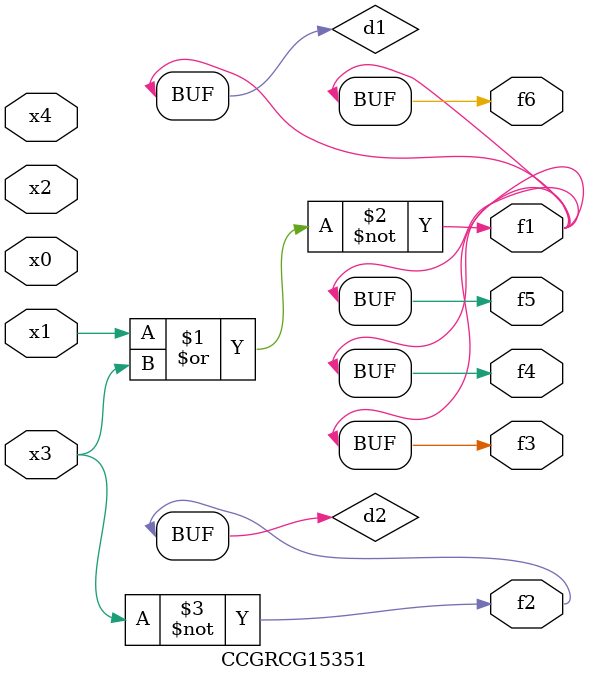
<source format=v>
module CCGRCG15351(
	input x0, x1, x2, x3, x4,
	output f1, f2, f3, f4, f5, f6
);

	wire d1, d2;

	nor (d1, x1, x3);
	not (d2, x3);
	assign f1 = d1;
	assign f2 = d2;
	assign f3 = d1;
	assign f4 = d1;
	assign f5 = d1;
	assign f6 = d1;
endmodule

</source>
